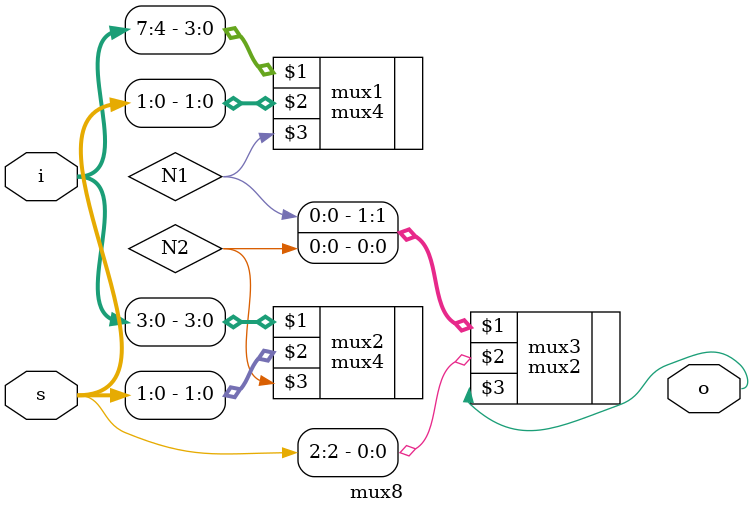
<source format=v>
`timescale 1ns / 1ps
module mux8(i,s,o);
input [7:0]i;
input [3:0]s;
output o;
wire N1,N2;

mux4 mux1(i[7:4],s[1:0],N1);
mux4 mux2(i[3:0],s[1:0],N2);

mux2 mux3({N1,N2},s[2],o);



endmodule

</source>
